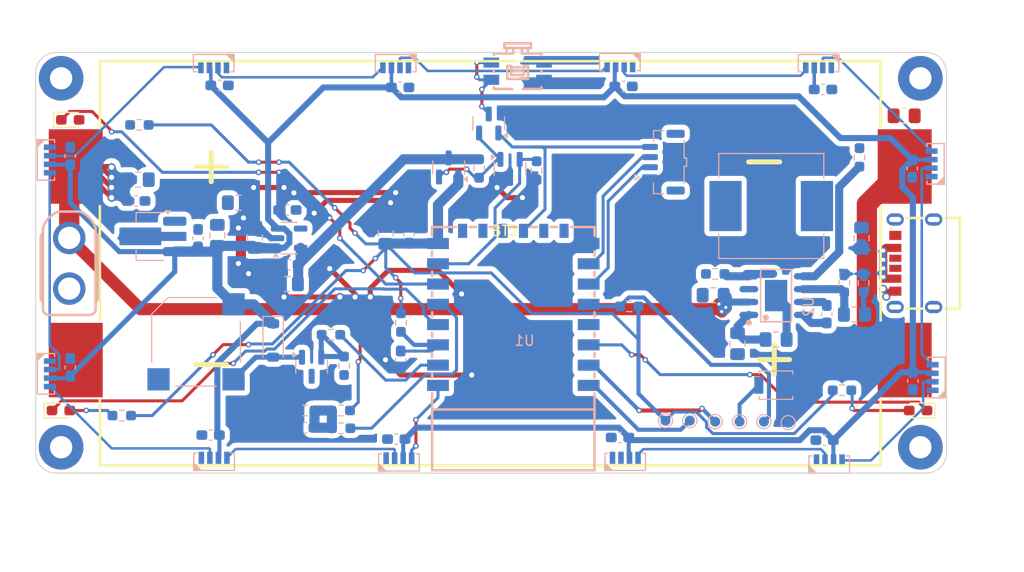
<source format=kicad_pcb>
(kicad_pcb (version 20240108) (generator "pcbnew") (generator_version "8.0")
  (title_block (title "esp32BatCharger") (date "2023-12-16") (company "dwain po"))
  (layers (0 "F.Cu" mixed) (31 "B.Cu" signal) (34 "B.Paste" user) (35 "F.Paste" user) (36 "B.SilkS" user "B.Silkscreen") (37 "F.SilkS" user "F.Silkscreen") (38 "B.Mask" user) (39 "F.Mask" user) (44 "Edge.Cuts" user))
  (net 0 "")
  (net 1 "+BATT")
  (net 2 "Net-(BT2-+-Pad3)")
  (net 3 "GNDPWR")
  (net 4 "+5V")
  (net 5 "Net-(BZ1-+)")
  (net 6 "GNDD")
  (net 7 "Net-(U3-BP)")
  (net 8 "+3V3")
  (net 9 "Net-(U2-VSYS)")
  (net 10 "VCC")
  (net 11 "Net-(LED10-VDD)")
  (net 12 "Net-(U2-LX)")
  (net 13 "Net-(U2-BST)")
  (net 14 "Net-(C28-Pad1)")
  (net 15 "Net-(U2-VIN)")
  (net 16 "Net-(C37-Pad1)")
  (net 17 "/KEY")
  (net 18 "Net-(D2-A)")
  (net 19 "Net-(D13-A)")
  (net 22 "/ESP_TX")
  (net 23 "/ESP_RX")
  (net 24 "Net-(LED1-DO)")
  (net 25 "Net-(LED1-DI)")
  (net 26 "Net-(LED2-DI)")
  (net 27 "Net-(LED3-DI)")
  (net 28 "Net-(LED4-DI)")
  (net 29 "Net-(LED5-DI)")
  (net 30 "Net-(LED6-DI)")
  (net 31 "/RGB")
  (net 32 "Net-(LED8-DI)")
  (net 33 "Net-(LED10-DO)")
  (net 34 "Net-(Q1-G)")
  (net 35 "/POWER_EN")
  (net 36 "Net-(U2-LED)")
  (net 37 "/beep")
  (net 38 "/BAT_FB")
  (net 39 "Net-(U2-NTC)")
  (net 40 "/EN")
  (net 41 "/TXD")
  (net 42 "/RXD")
  (net 43 "/IO9")
  (net 50 "Net-(LED12-DI)")
  (net 52 "Net-(LED11-DI)")
  (net 53 "Net-(SW3-A)")
  (net 54 "Net-(Q2-G)")
  (net 55 "/GREEN")
  (net 56 "Net-(D3-A)")
  (net 57 "Net-(D4-A)")
  (net 58 "/YELLOW")
  (net 59 "/BLUE")
  (footprint "MountingHole:MountingHole_2.2mm_M2_Pad" (layer "F.Cu") (at 67.025 107.625)
    (property "Reference" "H3" (hide yes))
    (property "Value" "MountingHole")
  )
  (footprint "bat_rf:USB-C-SMD_HX-TYPE-C-6PIN" (layer "F.Cu") (at 151.1365 89.475 90)
    (property "Reference" "J1" (hide yes))
    (property "Value" "USB_C_Receptacle_PowerOnly_6P")
  )
  (footprint "LED_SMD:LED_0603_1608Metric_Pad1.05x0.95mm_HandSolder" (layer "F.Cu") (at 67.925 75.325)
    (property "Reference" "D13" (hide yes))
    (property "Value" "LED")
  )
  (footprint "bat_rf:BAT-SMD_BH-18650-B1BA007" (layer "F.Cu") (at 109.325 89.475)
    (property "Reference" "BT2")
    (property "Value" "doubleBatCell")
  )
  (footprint "LED_SMD:LED_0603_1608Metric_Pad1.05x0.95mm_HandSolder" (layer "F.Cu") (at 151.5 104 180)
    (property "Reference" "D4" (hide yes))
    (property "Value" "LED")
  )
  (footprint "LED_SMD:LED_0603_1608Metric_Pad1.05x0.95mm_HandSolder" (layer "F.Cu") (at 67 104)
    (property "Reference" "D3" (hide yes))
    (property "Value" "LED")
  )
  (footprint "MountingHole:MountingHole_2.2mm_M2_Pad" (layer "F.Cu") (at 67.025 71.225)
    (property "Reference" "H4" (hide yes))
    (property "Value" "MountingHole")
  )
  (footprint "MountingHole:MountingHole_2.2mm_M2_Pad" (layer "F.Cu") (at 151.725 71.225)
    (property "Reference" "H1" (hide yes))
    (property "Value" "MountingHole")
  )
  (footprint "Capacitor_SMD:C_0805_2012Metric_Pad1.18x1.45mm_HandSolder" (layer "F.Cu") (at 150.125 74.925 180)
    (property "Reference" "D2" (hide yes))
    (property "Value" "RED")
  )
  (footprint "MountingHole:MountingHole_2.2mm_M2_Pad" (layer "F.Cu") (at 151.725 107.625)
    (property "Reference" "H2" (hide yes))
    (property "Value" "MountingHole")
  )
  (footprint "bat_rf:LED-SMD_4P-L4.0-W1.7_M4020-03003-RGB-862-001" (layer "B.Cu") (at 152.925 100.745 90)
    (property "Reference" "LED8" (hide yes))
    (property "Value" "XL-4020RGBC-WS2812B")
  )
  (footprint "Package_TO_SOT_SMD:SOT-89-3_Handsoldering" (layer "B.Cu") (at 75.775 86.825 180)
    (property "Reference" "U4" (hide yes))
    (property "Value" "AMS1117")
  )
  (footprint "Capacitor_SMD:C_0603_1608Metric_Pad1.08x0.95mm_HandSolder" (layer "B.Cu") (at 100.445 72.125 180)
    (property "Reference" "C31" (hide yes))
    (property "Value" "100n")
  )
  (footprint "bat_rf:CONN-TH_XT30UPB-F" (layer "B.Cu") (at 67.825 89.475 90)
    (property "Reference" "J3" (hide yes))
    (property "Value" "Conn_01x02_Socket")
  )
  (footprint "TestPoint:TestPoint_Pad_D1.0mm" (layer "B.Cu") (at 129 105 180)
    (property "Reference" "TP2" (hide yes))
    (property "Value" "TestPoint")
  )
  (footprint "Capacitor_SMD:C_0805_2012Metric_Pad1.18x1.45mm_HandSolder" (layer "B.Cu") (at 84.5 83.5)
    (property "Reference" "FB1" (hide yes))
    (property "Value" "FerriteBead_Small")
  )
  (footprint "bat_rf:LED-SMD_4P-L4.0-W1.7_M4020-03003-RGB-862-001" (layer "B.Cu") (at 142.745 108.925)
    (property "Reference" "LED12" (hide yes))
    (property "Value" "XL-4020RGBC-WS2812B")
  )
  (footprint "bat_rf:LED-SMD_4P-L4.0-W1.7_M4020-03003-RGB-862-001" (layer "B.Cu") (at 141.685 70.125 180)
    (property "Reference" "LED10" (hide yes))
    (property "Value" "XL-4020RGBC-WS2812B")
  )
  (footprint "Resistor_SMD:R_0603_1608Metric_Pad0.98x0.95mm_HandSolder" (layer "B.Cu") (at 93.625 96.525 180)
    (property "Reference" "R6" (hide yes))
    (property "Value" "100R")
  )
  (footprint "Capacitor_SMD:C_0603_1608Metric_Pad1.08x0.95mm_HandSolder" (layer "B.Cu") (at 122.465 72.025 180)
    (property "Reference" "C30" (hide yes))
    (property "Value" "100n")
  )
  (footprint "bat_rf:LED-SMD_4P-L4.0-W1.7_M4020-03003-RGB-862-001" (layer "B.Cu") (at 122.105 70.025 180)
    (property "Reference" "LED1" (hide yes))
    (property "Value" "XL-4020RGBC-WS2812B")
  )
  (footprint "Resistor_SMD:R_0603_1608Metric_Pad0.98x0.95mm_HandSolder" (layer "B.Cu") (at 123.025 93.725)
    (property "Reference" "R4" (hide yes))
    (property "Value" "10k")
  )
  (footprint "Connector_Samtec_MicroMate:Samtec_T1M-04-X-S-V_1x04-1MP_P1.0mm_Terminal_Vertical" (layer "B.Cu") (at 127 79.5 90)
    (property "Reference" "J2" (hide yes))
    (property "Value" "Conn_01x04")
  )
  (footprint "Resistor_SMD:R_0603_1608Metric_Pad0.98x0.95mm_HandSolder" (layer "B.Cu") (at 145.725 79.025 -90)
    (property "Reference" "R3" (hide yes))
    (property "Value" "100R")
  )
  (footprint "Resistor_SMD:R_0603_1608Metric_Pad0.98x0.95mm_HandSolder" (layer "B.Cu") (at 91.0875 104)
    (property "Reference" "R10" (hide yes))
    (property "Value" "3m")
  )
  (footprint "bat_rf:LED-SMD_4P-L4.0-W1.7_M4020-03003-RGB-862-001" (layer "B.Cu") (at 82.10825 108.665)
    (property "Reference" "LED6" (hide yes))
    (property "Value" "XL-4020RGBC-WS2812B")
  )
  (footprint "Capacitor_SMD:C_0603_1608Metric_Pad1.08x0.95mm_HandSolder" (layer "B.Cu") (at 89.5275 89.615 180)
    (property "Reference" "C9" (hide yes))
    (property "Value" "100n")
  )
  (footprint "bat_rf:LED-SMD_4P-L4.0-W1.7_M4020-03003-RGB-862-001" (layer "B.Cu") (at 100.005 70.125 180)
    (property "Reference" "LED2" (hide yes))
    (property "Value" "XL-4020RGBC-WS2812B")
  )
  (footprint "Resistor_SMD:R_0603_1608Metric_Pad0.98x0.95mm_HandSolder" (layer "B.Cu") (at 73 104.5 180)
    (property "Reference" "R5" (hide yes))
    (property "Value" "1k")
  )
  (footprint "bat_rf:ESOP-8_L4.9-W3.9-P1.27-LS6.0-BL-EP3.1" (layer "B.Cu") (at 137.5 92.665 90)
    (property "Reference" "U2")
    (property "Value" "IP2325_5M_WHJC")
  )
  (footprint "Capacitor_SMD:C_0603_1608Metric_Pad1.08x0.95mm_HandSolder" (layer "B.Cu") (at 67.925 78.885 -90)
    (property "Reference" "C33" (hide yes))
    (property "Value" "100n")
  )
  (footprint "TestPoint:TestPoint_Pad_D1.0mm" (layer "B.Cu") (at 126.6 105 180)
    (property "Reference" "TP1" (hide yes))
    (property "Value" "TestPoint")
  )
  (footprint "Resistor_SMD:R_0603_1608Metric_Pad0.98x0.95mm_HandSolder" (layer "B.Cu") (at 131.5 90.525)
    (property "Reference" "R18" (hide yes))
    (property "Value" "51k")
  )
  (footprint "Resistor_SMD:R_0603_1608Metric_Pad0.98x0.95mm_HandSolder" (layer "B.Cu") (at 94.918306 99.585 90)
    (property "Reference" "R7" (hide yes))
    (property "Value" "10k")
  )
  (footprint "Resistor_SMD:R_0603_1608Metric_Pad0.98x0.95mm_HandSolder" (layer "B.Cu") (at 113.9 80.325 90)
    (property "Reference" "R11" (hide yes))
    (property "Value" "33k")
  )
  (footprint "Resistor_SMD:R_0603_1608Metric_Pad0.98x0.95mm_HandSolder" (layer "B.Cu") (at 94.625 105.75 180)
    (property "Reference" "R14" (hide yes))
    (property "Value" "1k")
  )
  (footprint "Capacitor_SMD:C_0603_1608Metric_Pad1.08x0.95mm_HandSolder" (layer "B.Cu") (at 100.0625 106.825)
    (property "Reference" "C36" (hide yes))
    (property "Value" "100n")
  )
  (footprint "Capacitor_SMD:C_0603_1608Metric_Pad1.08x0.95mm_HandSolder" (layer "B.Cu") (at 67.925 99.745 -90)
    (property "Reference" "C34" (hide yes))
    (property "Value" "100n")
  )
  (footprint "Capacitor_SMD:C_0603_1608Metric_Pad1.08x0.95mm_HandSolder" (layer "B.Cu") (at 122.11575 106.665)
    (property "Reference" "C11" (hide yes))
    (property "Value" "100n")
  )
  (footprint "TestPoint:TestPoint_Pad_D1.0mm" (layer "B.Cu") (at 136.3 105.1 180)
    (property "Reference" "TP5" (hide yes))
    (property "Value" "TestPoint")
  )
  (footprint "Resistor_SMD:R_0603_1608Metric_Pad0.98x0.95mm_HandSolder" (layer "B.Cu") (at 144.225 91.4375 -90)
    (property "Reference" "R1" (hide yes))
    (property "Value" "0.5R")
  )
  (footprint "bat_rf:LED-SMD_4P-L4.0-W1.7_M4020-03003-RGB-862-001" (layer "B.Cu") (at 65.925 79.285 -90)
    (property "Reference" "LED4" (hide yes))
    (property "Value" "XL-4020RGBC-WS2812B")
  )
  (footprint "Package_TO_SOT_SMD:SOT-23" (layer "B.Cu") (at 91.718306 99.685 -90)
    (property "Reference" "Q1" (hide yes))
    (property "Value" "NMOS")
  )
  (footprint "bat_rf:LED-SMD_4P-L4.0-W1.7_M4020-03003-RGB-862-001" (layer "B.Cu") (at 82.065 70.125 180)
    (property "Reference" "LED3" (hide yes))
    (property "Value" "XL-4020RGBC-WS2812B")
  )
  (footprint "Capacitor_SMD:C_0603_1608Metric_Pad1.08x0.95mm_HandSolder" (layer "B.Cu") (at 81.7625 106.425)
    (property "Reference" "C35" (hide yes))
    (property "Value" "100n")
  )
  (footprint "Button_Switch_SMD:SW_SPST_B3U-1000P" (layer "B.Cu") (at 137.5 101.5)
    (property "Reference" "SW2" (hide yes))
    (property "Value" "RESET")
  )
  (footprint "TestPoint:TestPoint_Pad_D1.0mm" (layer "B.Cu") (at 133.9 105.1 180)
    (property "Reference" "TP4" (hide yes))
    (property "Value" "TestPoint")
  )
  (footprint "Capacitor_SMD:C_0603_1608Metric_Pad1.08x0.95mm_HandSolder" (layer "B.Cu") (at 150.925 80.125 90)
    (property "Reference" "C6" (hide yes))
    (property "Value" "100n")
  )
  (footprint "Buzzer_Beeper:MagneticBuzzer_Kobitone_254-EMB84Q-RO" (layer "B.Cu") (at 80.325 97.225 180)
    (property "Reference" "BZ1" (hide yes))
    (property "Value" "Buzzer")
  )
  (footprint "Capacitor_SMD:C_0603_1608Metric_Pad1.08x0.95mm_HandSolder" (layer "B.Cu") (at 142.5 94.5 -90)
    (property "Reference" "C27" (hide yes))
    (property "Value" "100n")
  )
  (footprint "Resistor_SMD:R_0603_1608Metric_Pad0.98x0.95mm_HandSolder" (layer "B.Cu") (at 74.7375 75.825 180)
    (property "Reference" "R13" (hide yes))
    (property "Value" "1k")
  )
  (footprint "Capacitor_SMD:C_0805_2012Metric_Pad1.18x1.45mm_HandSolder" (layer "B.Cu") (at 99.025 86.525 90)
    (property "Reference" "C12" (hide yes))
    (property "Value" "10u")
  )
  (footprint "Capacitor_SMD:C_0805_2012Metric_Pad1.18x1.45mm_HandSolder" (layer "B.Cu") (at 145.925 87 90)
    (property "Reference" "C28" (hide yes))
    (property "Value" "10u")
  )
  (footprint "Capacitor_SMD:C_0603_1608Metric_Pad1.08x0.95mm_HandSolder" (layer "B.Cu") (at 82.645 71.925 180)
    (property "Reference" "C32" (hide yes))
    (property "Value" "100n")
  )
  (footprint "Capacitor_SMD:C_0603_1608Metric_Pad1.08x0.95mm_HandSolder" (layer "B.Cu") (at 100.5 99 -90)
    (property "Reference" "C16" (hide yes))
    (property "Value" "100n")
  )
  (footprint "Capacitor_SMD:C_0603_1608Metric_Pad1.08x0.95mm_HandSolder" (layer "B.Cu") (at 101.325 86.625 90)
    (property "Reference" "C13" (hide yes))
    (property "Value" "100n")
  )
  (footprint "Capacitor_SMD:C_0603_1608Metric_Pad1.08x0.95mm_HandSolder" (layer "B.Cu") (at 89.3275 84.215 180)
    (property "Reference" "C7" (hide yes))
    (property "Value" "10n")
  )
  (footprint "Capacitor_SMD:C_0603_1608Metric_Pad1.08x0.95mm_HandSolder" (layer "B.Cu") (at 74.425 83.325)
    (property "Reference" "C3" (hide yes))
    (property "Value" "100n")
  )
  (footprint "Resistor_SMD:R_0603_1608Metric_Pad0.98x0.95mm_HandSolder" (layer "B.Cu") (at 144 102)
    (property "Reference" "R15" (hide yes))
    (property "Value" "1k")
  )
  (footprint "TestPoint:TestPoint_Pad_D1.0mm" (layer "B.Cu") (at 131.5 105.1 180)
    (property "Reference" "TP3" (hide yes))
    (property "Value" "TestPoint")
  )
  (footprint "Capacitor_SMD:C_0805_2012Metric_Pad1.18x1.45mm_HandSolder" (layer "B.Cu") (at 89.3275 91.515 180)
    (property "Reference" "C8" (hide yes))
    (property "Value" "10u")
  )
  (footprint "Capacitor_SMD:C_0805_2012Metric_Pad1.18x1.45mm_HandSolder" (layer "B.Cu") (at 131.3 92.625 180)
    (property "Reference" "C40" (hide yes))
    (property "Value" "10u")
  )
  (footprint "Capacitor_SMD:C_0805_2012Metric_Pad1.18x1.45mm_HandSolder" (layer "B.Cu") (at 145.225 94.525)
    (property "Reference" "C29" (hide yes))
    (property "Value" "10u")
  )
  (footprint "Package_TO_SOT_SMD:SOT-23" (layer "B.Cu") (at 109.175 75.6875 90)
    (property "Reference" "D1" (hide yes))
    (property "Value" "BAT54C")
  )
  (footprint "bat_rf:LED-SMD_4P-L4.0-W1.7_M4020-03003-RGB-862-001" (layer "B.Cu") (at 100.3225 108.725)
    (property "Reference" "LED7" (hide yes))
    (property "Value" "XL-4020RGBC-WS2812B")
  )
  (footprint "Package_TO_SOT_SMD:SOT-23-5" (layer "B.Cu") (at 89.5 87)
    (property "Reference" "U3" (hide yes))
    (property "Value" "SPX3819M5-L-3-3")
  )
  (footprint "bat_rf:LED-SMD_4P-L4.0-W1.7_M4020-03003-RGB-862-001" (layer "B.Cu") (at 152.825 79.665 90)
    (property "Reference" "LED9" (hide yes))
    (property "Value" "XL-4020RGBC-WS2812B")
  )
  (footprint "Capacitor_SMD:C_0603_1608Metric_Pad1.08x0.95mm_HandSolder" (layer "B.Cu") (at 142.285 106.925)
    (property "Reference" "C17" (hide yes))
    (property "Value" "100n")
  )
  (footprint "Capacitor_SMD:C_0805_2012Metric_Pad1.18x1.45mm_HandSolder" (layer "B.Cu") (at 137.5 97)
    (property "Reference" "C10" (hide yes))
    (property "Value" "22u")
  )
  (footprint "Package_TO_SOT_SMD:SOT-23" (layer "B.Cu") (at 105.225 80.025 90)
    (property "Reference" "Q2" (hide yes))
    (property "Value" "PMOS")
  )
  (footprint "Resistor_SMD:R_0603_1608Metric_Pad0.98x0.95mm_HandSolder" (layer "B.Cu") (at 100.525 95.325 90)
    (property "Reference" "R12" (hide yes))
    (property "Value" "10k")
  )
  (footprint "Capacitor_SMD:C_0805_2012Metric_Pad1.18x1.45mm_HandSolder" (layer "B.Cu") (at 82.425 86.725 90)
    (property "Reference" "C2" (hide yes))
    (property "Value" "10u")
  )
  (footprint "Capacitor_SMD:C_0805_2012Metric_Pad1.18x1.45mm_HandSolder" (layer "B.Cu") (at 74.625 81.225)
    (property "Reference" "C4" (hide yes))
    (property "Value" "10u")
  )
  (footprint "Capacitor_SMD:C_0603_1608Metric_Pad1.08x0.95mm_HandSolder" (layer "B.Cu") (at 80.525 87 90)
    (property "Reference" "C1" (hide yes))
    (property "Value" "100n")
  )
  (footprint "bat_rf:LED-SMD_4P-L4.0-W1.7_M4020-03003-RGB-862-001" (layer "B.Cu") (at 122.63325 108.665)
    (property "Reference" "LED11" (hide yes))
    (property "Value" "XL-4020RGBC-WS2812B")
  )
  (footprint "Capacitor_SMD:C_0805_2012Metric_Pad1.18x1.45mm_HandSolder" (layer "B.Cu") (at 86.1275 86.915 90)
    (property "Reference" "C15" (hide yes))
    (property "Value" "10u")
  )
  (footprint "Capacitor_SMD:C_0603_1608Metric_Pad1.08x0.95mm_HandSolder" (layer "B.Cu") (at 142.125 72.325 180)
    (property "Reference" "C14" (hide yes))
    (property "Value" "100n")
  )
  (footprint "Diode_SMD:D_SOD-123" (layer "B.Cu") (at 87.918306 97.085 -90)
    (property "Reference" "D5" (hide yes))
    (property "Value" "1N4148W")
  )
  (footprint "bat_rf:WIRELM-SMD_ESP8684-WROOM0-1C" (layer "B.Cu") (at 111.6 93.9)
    (property "Reference" "U1")
    (property "Value" "ESP8684-WROOM-01C")
  )
  (footprint "Resistor_SMD:R_0603_1608Metric_Pad0.98x0.95mm_HandSolder" (layer "B.Cu") (at 146.125 91.425 90)
    (property "Reference" "R2" (hide yes))
    (property "Value" "5k1")
  )
  (footprint "Capacitor_SMD:C_0805_2012Metric_Pad1.18x1.45mm_HandSolder" (layer "B.Cu") (at 133.7 97.4 -90)
    (property "Reference" "C26" (hide yes))
    (property "Value" "22u")
  )
  (footprint "TestPoint:TestPoint_Pad_D1.0mm" (layer "B.Cu") (at 138.7 105.2 180)
    (property "Reference" "TP6" (hide yes))
    (property "Value" "TestPoint")
  )
  (footprint "Capacitor_SMD:C_0603_1608Metric_Pad1.08x0.95mm_HandSolder" (layer "B.Cu") (at 150.985 101.09075 90)
    (property "Reference" "C5" (hide yes))
    (property "Value" "100n")
  )
  (footprint "Resistor_SMD:R_0603_1608Metric_Pad0.98x0.95mm_HandSolder" (layer "B.Cu") (at 94.5875 104)
    (property "Reference" "R9" (hide yes))
    (property "Value" "7m")
  )
  (footprint "bat_rf:LED-SMD_4P-L4.0-W1.7_M4020-03003-RGB-862-001" (layer "B.Cu") (at 65.925 100.385 -90)
    (property "Reference" "LED5" (hide yes))
    (property "Value" "XL-4020RGBC-WS2812B")
  )
  (footprint "bat_rf:SW-SMD_EVQPUD02K" (layer "B.Cu") (at 112.025 70.525 90)
    (property "Reference" "SW3" (hide yes))
    (property "Value" "SW_MEC_5E")
  )
  (footprint "Capacitor_SMD:C_0603_1608Metric_Pad1.08x0.95mm_HandSolder" (layer "B.Cu") (at 91.0875 105.7 180)
    (property "Reference" "C37" (hide yes))
    (property "Value" "2.2u")
  )
  (footprint "Package_TO_SOT_SMD:SOT-23" (layer "B.Cu") (at 111.275 80.1625 -90)
    (property "Reference" "Q3" (hide yes))
    (property "Value" "NMOS")
  )
  (footprint "Inductor_SMD:L_Vishay_IHLP-4040" (layer "B.Cu") (at 137.025 83.825 180)
    (property "Reference" "L2" (hide yes))
    (property "Value" "2.2uH")
  )
  (footprint "Resistor_SMD:R_0603_1608Metric_Pad0.98x0.95mm_HandSolder" (layer "B.Cu") (at 108.225 80.125 -90)
    (property "Reference" "R8" (hide yes))
    (property "Value" "33k")
  )
  (gr_arc (start 152.300843 68.675) (mid 153.715064 69.260796) (end 154.300843 70.675) (stroke (width 0.1)) (layer "Edge.Cuts"))
  (gr_line (start 151.42 110.175) (end 66.52 110.175) (stroke (width 0.1)) (layer "Edge.Cuts"))
  (gr_line (start 154.300843 70.675) (end 154.300843 108.175) (stroke (width 0.1)) (layer "Edge.Cuts"))
  (gr_line (start 152.300843 110.175) (end 151.42 110.175) (stroke (width 0.1)) (layer "Edge.Cuts"))
  (gr_line (start 64.52 108.175) (end 64.52 70.675) (stroke (width 0.1)) (layer "Edge.Cuts"))
  (gr_arc (start 64.52 70.675) (mid 65.105786 69.260786) (end 66.52 68.675) (stroke (width 0.1)) (layer "Edge.Cuts"))
  (gr_line (start 66.52 68.675) (end 151.42 68.675) (stroke (width 0.1)) (layer "Edge.Cuts"))
  (gr_line (start 151.42 68.675) (end 152.300843 68.675) (stroke (width 0.1)) (layer "Edge.Cuts"))
  (gr_arc (start 66.52 110.175) (mid 65.105786 109.589214) (end 64.52 108.175) (stroke (width 0.1)) (layer "Edge.Cuts"))
  (gr_arc (start 154.300843 108.175) (mid 153.715053 109.589193) (end 152.300843 110.175) (stroke (width 0.1)) (layer "Edge.Cuts"))
  (segment (start 68.47 79.925) (end 69.925 79.925) (width 0.5) (layer "F.Cu") (net 1))
  (segment (start 68.47 79.925) (end 71.925 79.925) (width 0.5) (layer "F.Cu") (net 1))
  (segment (start 132.54375 93.83125) (end 132.375 94) (width 1.2) (layer "F.Cu") (net 1))
  (segment (start 96.314308 99.185692) (end 96.5 99) (width 0.3) (layer "F.Cu") (net 1))
  (segment (start 67.825 86.975) (end 67.825 80.57) (width 2) (layer "F.Cu") (net 1))
  (segment (start 96.5 94) (end 74.85 94) (width 1.2) (layer "F.Cu") (net 1))
  (segment (start 68.47 79.925) (end 70.925 79.925) (width 0.5) (layer "F.Cu") (net 1))
  (segment (start 70.925 79.925) (end 72 81) (width 0.5) (layer "F.Cu") (net 1))
  (segment (start 68.925 79.925) (end 72 83) (width 0.5) (layer "F.Cu") (net 1))
  (segment (start 67.825 80.57) (end 68.47 79.925) (width 2) (layer "F.Cu") (net 1))
  (segment (start 69.925 79.925) (end 72 82) (width 0.5) (layer "F.Cu") (net 1))
  (segment (start 68.47 79.925) (end 68.925 79.925) (width 0.5) (layer "F.Cu") (net 1))
  (segment (start 74.85 94) (end 67.825 86.975) (width 1.2) (layer "F.Cu") (net 1))
  (segment (start 132.375 94) (end 96.5 94) (width 1.2) (layer "F.Cu") (net 1))
  (segment (start 96.5 99) (end 96.5 94) (width 0.3) (layer "F.Cu") (net 1))
  (segment (start 71.925 79.925) (end 72 80) (width 0.5) (layer "F.Cu") (net 1))
  (segment (start 132.54375 93.83125) (end 132.137162 94.237838) (width 1.2) (layer "F.Cu") (net 1))
  (segment (start 132.375 94) (end 131.875 93.5) (width 1.2) (layer "F.Cu") (net 1))
  (via (at 72 80) (size 0.8) (drill 0.5) (layers "F.Cu" "B.Cu") (net 1))
  (via (at 131.875 93.5) (size 0.55) (drill 0.3) (layers "F.Cu" "B.Cu") (net 1))
  (via (at 72 82) (size 0.8) (drill 0.5) (layers "F.Cu" "B.Cu") (net 1))
  (via (at 72 81) (size 0.8) (drill 0.5) (layers "F.Cu" "B.Cu") (net 1))
  (via (at 72 83) (size 0.8) (drill 0.5) (layers "F.Cu" "B.Cu") (net 1))
  (via (at 132.137162 94.237838) (size 0.55) (drill 0.3) (layers "F.Cu" "B.Cu") (net 1))
  (via (at 132.54375 93.83125) (size 0.55) (drill 0.3) (layers "F.Cu" "B.Cu") (net 1))
  (via (at 96.314308 99.185692) (size 0.55) (drill 0.3) (layers "F.Cu" "B.Cu") (net 1))
  (segment (start 134.818 93.3) (end 133.0125 93.3) (width 0.7) (layer "B.Cu") (net 1))
  (segment (start 96.314308 103.185692) (end 96.314308 99.185692) (width 0.3) (layer "B.Cu") (net 1))
  (segment (start 133.0125 93.3) (end 132.3375 92.625) (width 0.7) (layer "B.Cu") (net 1))
  (segment (start 132.54375 93.83125) (end 132.54375 92.83125) (width 1.2) (layer "B.Cu") (net 1))
  (segment (start 132.54375 92.83125) (end 132.3375 92.625) (width 1.2) (layer "B.Cu") (net 1))
  (segment (start 132.54375 93.83125) (end 132.375 94) (width 1.2) (layer "B.Cu") (net 1))
  (segment (start 95.5 104) (end 96.314308 103.185692) (width 0.3) (layer "B.Cu") (net 1))
  (segment (start 150.18 99.025) (end 146.4565 95.3015) (width 2) (layer "F.Cu") (net 2))
  (segment (start 146.4565 95.3015) (end 146.4565 83.6485) (width 2) (layer "F.Cu") (net 2))
  (segment (start 146.4565 83.6485) (end 150.18 79.925) (width 2) (layer "F.Cu") (net 2))
  (segment (start 149.2565 92.225) (end 148.906578 92.225) (width 0.5) (layer "F.Cu") (net 3))
  (segment (start 148.906578 92.225) (end 148.360135 92.771443) (width 0.5) (layer "F.Cu") (net 3))
  (segment (start 148.2815 92.225) (end 148.0565 92) (width 0.5) (layer "F.Cu") (net 3))
  (segment (start 149.2565 92.225) (end 148.2815 92.225) (width 0.5) (layer "F.Cu") (net 3))
  (via (at 148.360135 92.771443) (size 0.8) (drill 0.5) (layers "F.Cu" "B.Cu") (net 3))
  (via (at 148.0565 92) (size 0.8) (drill 0.5) (layers "F.Cu" "B.Cu") (net 3))
  (segment (start 146.4625 92) (end 146.125 92.3375) (width 0.5) (layer "B.Cu") (net 3))
  (segment (start 138.5375 97) (end 138.5375 93.7025) (width 0.8) (layer "B.Cu") (net 3))
  (segment (start 146.125 94.3875) (end 146.2625 94.525) (width 0.5) (layer "B.Cu") (net 3))
  (segment (start 146.125 92.3375) (end 146.125 94.3875) (width 0.5) (layer "B.Cu") (net 3))
  (segment (start 138.5375 93.7025) (end 137.5 92.665) (width 0.8) (layer "B.Cu") (net 3))
  (segment (start 122.97825 106.665) (end 122.97825 108.59) (width 0.4) (layer "B.Cu") (net 4))
  (segment (start 81.7825 71.925) (end 81.7825 70.2625) (width 0.35) (layer "B.Cu") (net 4))
  (segment (start 150.925 79.2625) (end 152.8075 79.2625) (width 0.4) (layer "B.Cu") (net 4))
  (segment (start 99.5825 70.1275) (end 99.585 70.125) (width 0.35) (layer "B.Cu") (net 4))
  (segment (start 99.5825 72.125) (end 100.5575 73.1) (width 0.6) (layer "B.Cu") (net 4))
  (segment (start 82.425 87.7625) (end 85.9375 87.7625) (width 1) (layer "B.Cu") (net 4))
  (segment (start 100.5575 73.1) (end 120.5275 73.1) (width 0.6) (layer "B.Cu") (net 4))
  (segment (start 150.985 82.985) (end 150.985 100.22825) (width 0.6) (layer "B.Cu") (net 4))
  (segment (start 139.725 73) (end 143.85 77.125) (width 0.6) (layer "B.Cu") (net 4))
  (segment (start 88.3625 86.05) (end 87.4275 85.115) (width 0.6) (layer "B.Cu") (net 4))
  (segment (start 150.985 100.22825) (end 152.82825 100.22825) (width 0.4) (layer "B.Cu") (net 4))
  (segment (start 82.625 106.425) (end 82.625 108.56825) (width 0.4) (layer "B.Cu") (net 4))
  (segment (start 89.525 87.449999) (end 89.024999 87.95) (width 0.6) (layer "B.Cu") (net 4))
  (segment (start 78.225 88.325) (end 78.225 90.3075) (width 0.5) (layer "B.Cu") (net 4))
  (segment (start 88.3625 86.05) (end 89.024999 86.05) (width 0.6) (layer "B.Cu") (net 4))
  (segment (start 89.525 86.550001) (end 89.525 87.449999) (width 0.6) (layer "B.Cu") (net 4))
  (segment (start 121.6025 70.1075) (end 121.685 70.025) (width 0.4) (layer "B.Cu") (net 4))
  (segment (start 123.23825 106.925) (end 122.97825 106.665) (width 0.6) (layer "B.Cu") (net 4))
  (segment (start 122.00325 105.69) (end 102.06 105.69) (width 0.6) (layer "B.Cu") (net 4))
  (segment (start 84.025 93.525) (end 86.008306 93.525) (width 1) (layer "B.Cu") (net 4))
  (segment (start 99.5825 72.125) (end 99.5825 70.1275) (width 0.35) (layer "B.Cu") (net 4))
  (segment (start 120.5275 73.1) (end 121.6025 72.025) (width 0.6) (layer "B.Cu") (net 4))
  (segment (start 78.225 90.3075) (end 67.925 100.6075) (width 0.5) (layer "B.Cu") (net 4))
  (segment (start 82.4275 99.3275) (end 82.4275 106.2275) (width 0.6) (layer "B.Cu") (net 4))
  (segment (start 122.97825 106.665) (end 122.00325 105.69) (width 0.6) (layer "B.Cu") (net 4))
  (segment (start 122.5775 73) (end 139.725 73) (width 0.6) (layer "B.Cu") (net 4))
  (segment (start 142.1725 105.95) (end 140.810436 105.95) (width 0.6) (layer "B.Cu") (net 4))
  (segment (start 82.625 108.56825) (end 82.52825 108.665) (width 0.4) (layer "B.Cu") (net 4))
  (segment (start 149.84425 100.22825) (end 143.1475 106.925) (width 0.6) (layer "B.Cu") (net 4))
  (segment (start 86.1275 87.9525) (end 86.9525 87.9525) (width 1) (layer "B.Cu") (net 4))
  (segment (start 87 88) (end 88.3625 88) (width 1) (layer "B.Cu") (net 4))
  (segment (start 143.85 77.125) (end 148.7875 77.125) (width 0.6) (layer "B.Cu") (net 4))
  (segment (start 92.8725 72.125) (end 99.5825 72.125) (width 0.6) (layer "B.Cu") (net 4))
  (segment (start 81.8625 88.325) (end 82.425 87.7625) (width 1) (layer "B.Cu") (net 4))
  (segment (start 89.024999 87.95) (end 88.3625 87.95) (width 0.6) (layer "B.Cu") (net 4))
  (segment (start 86.32 95.435) (end 82.4275 99.3275) (width 0.6) (layer "B.Cu") (net 4))
  (segment (start 82.4275 106.2275) (end 82.625 106.425) (width 0.6) (layer "B.Cu") (net 4))
  (segment (start 143.1475 106.925) (end 142.1725 105.95) (width 0.6) (layer "B.Cu") (net 4))
  (segment (start 81.7825 70.2625) (end 81.645 70.125) (width 0.35) (layer "B.Cu") (net 4))
  (segment (start 148.7875 77.125) (end 150.925 79.2625) (width 0.6) (layer "B.Cu") (net 4))
  (segment (start 86.9525 87.9525) (end 87 88) (width 1) (layer "B.Cu") (net 4))
  (segment (start 87.4275 85.115) (end 87.4275 77.57) (width 0.6) (layer "B.Cu") (net 4))
  (segment (start 67.925 83.484968) (end 67.925 79.7475) (width 0.5) (layer "B.Cu") (net 4))
  (segment (start 67.7275 100.805) (end 67.925 100.6075) (width 0.4) (layer "B.Cu") (net 4))
  (segment (start 87.4275 77.57) (end 92.8725 72.125) (width 0.6) (layer "B.Cu") (net 4))
  (segment (start 78.225 88.325) (end 81.8625 88.325) (width 1) (layer "B.Cu") (net 4))
  (segment (start 143.1475 108.9075) (end 143.165 108.925) (width 0.4) (layer "B.Cu") (net 4))
  (segment (start 82.425 91.925) (end 84.025 93.525) (width 1) (layer "B.Cu") (net 4))
  (segment (start 85.9375 87.7625) (end 86.1275 87.9525) (width 1) (layer "B.Cu") (net 4))
  (segment (start 149.95 81.95) (end 150.985 82.985) (width 0.6) (layer "B.Cu") (net 4))
  (segment (start 121.6025 72.025) (end 122.5775 73) (width 0.6) (layer "B.Cu") (net 4))
  (segment (start 67.925 79.7475) (end 65.9675 79.7475) (width 0.4) (layer "B.Cu") (net 4))
  (segment (start 100.925 106.825) (end 100.7425 107.0075) (width 0.4) (layer "B.Cu") (net 4))
  (segment (start 87.4275 77.57) (end 81.7825 71.925) (width 0.6) (layer "B.Cu") (net 4))
  (segment (start 149.95 80.2375) (end 149.95 81.95) (width 0.6) (layer "B.Cu") (net 4))
  (segment (start 143.1475 106.925) (end 143.1475 108.9075) (width 0.4) (layer "B.Cu") (net 4))
  (segment (start 65.925 100.805) (end 67.7275 100.805) (width 0.4) (layer "B.Cu") (net 4))
  (segment (start 80.0625 88.325) (end 80.525 87.8625) (width 1) (layer "B.Cu") (net 4))
  (segment (start 150.985 100.22825) (end 149.84425 100.22825) (width 0.6) (layer "B.Cu") (net 4))
  (segment (start 150.925 79.2625) (end 149.95 80.2375) (width 0.6) (layer "B.Cu") (net 4))
  (segment (start 72.765032 88.325) (end 67.925 83.484968) (width 0.5) (layer "B.Cu") (net 4))
  (segment (start 152.82825 100.22825) (end 152.925 100.325) (width 0.4) (layer "B.Cu") (net 4))
  (segment (start 65.9675 79.7475) (end 65.925 79.705) (width 0.4) (layer "B.Cu") (net 4))
  (segment (start 78.225 88.325) (end 80.0625 88.325) (width 1) (layer "B.Cu") (net 4))
  (segment (start 139.835436 106.925) (end 123.23825 106.925) (width 0.6) (layer "B.Cu") (net 4))
  (segment (start 122.97825 108.59) (end 123.05325 108.665) (width 0.4) (layer "B.Cu") (net 4))
  (segment (start 89.024999 86.05) (end 89.525 86.550001) (width 0.6) (layer "B.Cu") (net 4))
  (segment (start 140.810436 105.95) (end 139.835436 106.925) (width 0.6) (layer "B.Cu") (net 4))
  (segment (start 87.918306 95.435) (end 86.32 95.435) (width 0.6) (layer "B.Cu") (net 4))
  (segment (start 86.008306 93.525) (end 87.918306 95.435) (width 1) (layer "B.Cu") (net 4))
  (segment (start 78.225 88.325) (end 72.765032 88.325) (width 0.5) (layer "B.Cu") (net 4))
  (segment (start 152.8075 79.2625) (end 152.825 79.245) (width 0.4) (layer "B.Cu") (net 4))
  (segment (start 102.06 105.69) (end 100.925 106.825) (width 0.6) (layer "B.Cu") (net 4))
  (segment (start 121.6025 72.025) (end 121.6025 70.1075) (width 0.4) (layer "B.Cu") (net 4))
  (segment (start 100.7425 107.0075) (end 100.7425 108.725) (width 0.4) (layer "B.Cu") (net 4))
  (segment (start 82.425 87.7625) (end 82.425 91.925) (width 1) (layer "B.Cu") (net 4))
  (segment (start 86.215 98.735) (end 84.025 100.925) (width 0.5) (layer "B.Cu") (net 5))
  (segment (start 87.918306 98.735) (end 86.215 98.735) (width 0.5) (layer "B.Cu") (net 5))
  (segment (start 90.755806 98.735) (end 90.768306 98.7475) (width 0.5) (layer "B.Cu") (net 5))
  (segment (start 87.918306 98.735) (end 90.755806 98.735) (width 0.5) (layer "B.Cu") (net 5))
  (segment (start 99.275 83.275) (end 99.5 83.5) (width 0.5) (layer "F.Cu") (net 6))
  (segment (start 97.5 91.95) (end 97.5 92.8) (width 0.5) (layer "F.Cu") (net 6))
  (segment (start 107.5 100.5) (end 100.5 100.5) (width 0.5) (layer "F.Cu") (net 6))
  (segment (start 84.5 89.5) (end 84.5 86) (width 0.5) (layer "F.Cu") (net 6))
  (segment (start 85 90) (end 85.5 90.5) (width 0.5) (layer "F.Cu") (net 6))
  (segment (start 111 83) (end 110 82) (width 0.5) (layer "F.Cu") (net 6))
  (segment (start 94.5 92.8) (end 89 92.8) (width 0.5) (layer "F.Cu") (net 6))
  (segment (start 94.300305 83.275) (end 99.275 83.275) (width 0.5) (layer "F.Cu") (net 6))
  (segment (start 104.175 90.175) (end 99.275 90.175) (width 0.5) (layer "F.Cu") (net 6))
  (segment (start 93.225 83.275) (end 94.300305 83.275) (width 0.5) (layer "F.Cu") (net 6))
  (segment (start 100.5 100.5) (end 99 99) (width 0.5) (layer "F.Cu") (net 6))
  (segment (start 85 85) (end 85 90) (width 0.5) (layer "F.Cu") (net 6))
  (segment (start 90 82.5) (end 100 82.5) (width 0.5) (layer "F.Cu") (net 6))
  (segment (start 86 82) (end 89 82) (width 0.5) (layer "F.Cu") (net 6))
  (segment (start 96 92.8) (end 96 92.5) (width 0.5) (layer "F.Cu") (net 6))
  (segment (start 112.5 83) (end 111 83) (width 0.5) (layer "F.Cu") (net 6))
  (segment (start 96 92.5) (end 93.5 90) (width 0.5) (layer "F.Cu") (net 6))
  (segment (start 89.969669 82.530331) (end 90 82.5) (width 0.5) (layer "F.Cu") (net 6))
  (segment (start 106.5 92.5) (end 104.175 90.175) (width 0.5) (layer "F.Cu") (net 6))
  (segment (start 91.969669 84.530331) (end 93.225 83.275) (width 0.5) (layer "F.Cu") (net 6))
  (segment (start 99.275 90.175) (end 97.5 91.95) (width 0.5) (layer "F.Cu") (net 6))
  (via (at 94.5 92.8) (size 0.8) (drill 0.5) (layers "F.Cu" "B.Cu") (net 6))
  (via (at 89.969669 82.530331) (size 0.8) (drill 0.5) (layers "F.Cu" "B.Cu") (net 6))
  (via (at 99 99) (size 0.8) (drill 0.5) (layers "F.Cu" "B.Cu") (net 6))
  (via (at 89 82) (size 0.8) (drill 0.5) (layers "F.Cu" "B.Cu") (net 6))
  (via (at 84.5 89.5) (size 0.8) (drill 0.5) (layers "F.Cu" "B.Cu") (net 6))
  (via (at 112.5 83) (size 0.8) (drill 0.5) (layers "F.Cu" "B.Cu") (net 6))
  (via (at 91.969669 84.530331) (size 0.8) (drill 0.5) (layers "F.Cu" "B.Cu") (net 6))
  (via (at 93.5 90) (size 0.8) (drill 0.5) (layers "F.Cu" "B.Cu") (net 6))
  (via (at 85.5 90.5) (size 0.8) (drill 0.5) (layers "F.Cu" "B.Cu") (net 6))
  (via (at 99.5 83.5) (size 0.8) (drill 0.5) (layers "F.Cu" "B.Cu") (net 6))
  (via (at 84.5 86) (size 0.8) (drill 0.5) (layers "F.Cu" "B.Cu") (net 6))
  (via (at 107.5 100.5) (size 0.8) (drill 0.5) (layers "F.Cu" "B.Cu") (net 6))
  (via (at 89 92.8) (size 0.8) (drill 0.5) (layers "F.Cu" "B.Cu") (net 6))
  (via (at 96 92.8) (size 0.8) (drill 0.5) (layers "F.Cu" "B.Cu") (net 6))
  (via (at 85 85) (size 0.8) (drill 0.5) (layers "F.Cu" "B.Cu") (net 6))
  (via (at 110 82) (size 0.8) (drill 0.5) (layers "F.Cu" "B.Cu") (net 6))
  (via (at 100 82.5) (size 0.8) (drill 0.5) (layers "F.Cu" "B.Cu") (net 6))
  (via (at 86 82) (size 0.8) (drill 0.5) (layers "F.Cu" "B.Cu") (net 6))
  (via (at 97.5 92.8) (size 0.8) (drill 0.5) (layers "F.Cu" "B.Cu") (net 6))
  (via (at 106.5 92.5) (size 0.8) (drill 0.5) (layers "F.Cu" "B.Cu") (net 6))
  (segment (start 107.5 99.325) (end 107.5 100.5) (width 0.5) (layer "B.Cu") (net 6))
  (segment (start 90.021685 82.530331) (end 91.969669 84.478315) (width 0.5) (layer "B.Cu") (net 6))
  (segment (start 86.1275 85.8775) (end 85.8775 85.8775) (width 0.5) (layer "B.Cu") (net 6))
  (segment (start 88.665 89.615) (end 84.615 89.615) (width 0.5) (layer "B.Cu") (net 6))
  (segment (start 110.4 96.425) (end 110.4 96.4) (width 0.5) (layer "B.Cu") (net 6))
  (segment (start 90.225 104.05) (end 90.175 104) (width 0.5) (layer "B.Cu") (net 6))
  (segment (start 88.465 84.035) (end 89 83.5) (width 0.5) (layer "B.Cu") (net 6))
  (segment (start 110.4 96.4) (end 106.5 92.5) (width 0.5) (layer "B.Cu") (net 6))
  (segment (start 88.465 84.215) (end 88.465 84.035) (width 0.5) (layer "B.Cu") (net 6))
  (segment (start 86.577501 85.8775) (end 86.1275 85.8775) (width 0.6) (layer "B.Cu") (net 6))
  (segment (start 85.5375 83.5) (end 85.5375 82.4625) (width 0.5) (layer "B.Cu") (net 6))
  (segment (start 85.8775 85.8775) (end 85 85) (width 0.5) (layer "B.Cu") (net 6))
  (segment (start 138.7 105.2) (end 138.7 102) (width 0.4) (layer "B.Cu") (net 6))
  (segment (start 113.9 81.6) (end 112.5 83) (width 0.5) (layer "B.Cu") (net 6))
  (segment (start 86.1275 85.8775) (end 86.1275 84.09) (width 1) (layer "B.Cu") (net 6))
  (segment (start 90.225 105.7) (end 90.225 104.05) (width 0.5) (layer "B.Cu") (net 6))
  (segment (start 91.969669 84.478315) (end 91.969669 84.530331) (width 0.5) (layer "B.Cu") (net 6))
  (segment (start 89.969669 82.530331) (end 90.021685 82.530331) (width 0.5) (layer "B.Cu") (net 6))
  (segment (start 89 83.5) (end 89.969669 82.530331) (width 0.5) (layer "B.Cu") (net 6))
  (segment (start 138.7 102) (end 139.2 101.5) (width 0.4) (layer "B.Cu") (net 6))
  (segment (start 84.615 89.615) (end 84.5 89.5) (width 0.5) (layer "B.Cu") (net 6))
  (segment (start 96 92.8) (end 94.5 92.8) (width 0.5) (layer "B.Cu") (net 6))
  (segment (start 88.3625 87) (end 87.700001 87) (width 0.6) (layer "B.Cu") (net 6))
  (segment (start 86.1275 84.09) (end 85.5375 83.5) (width 1) (layer "B.Cu") (net 6))
  (segment (start 85.5375 82.4625) (end 86 82) (width 0.5) (layer "B.Cu") (net 6))
  (segment (start 110.4 96.425) (end 107.5 99.325) (width 0.5) (layer "B.Cu") (net 6))
  (segment (start 113.9 81.2375) (end 113.9 81.6) (width 0.5) (layer "B.Cu") (net 6))
  (segment (start 97.5 92.8) (end 96 92.8) (width 0.5) (layer "B.Cu") (net 6))
  (segment (start 87.700001 87) (end 86.577501 85.8775) (width 0.6) (layer "B.Cu") (net 6))
  (segment (start 100.7925 79.2125) (end 108.225 79.2125) (width 1) (layer "B.Cu") (net 8))
  (segment (start 90.39 89.615) (end 100.7925 79.2125) (width 1) (layer "B.Cu") (net 8))
  (segment (start 90.39 89.615) (end 90.39 91.49) (width 1) (layer "B.Cu") (net 8))
  (segment (start 90.6375 87.95) (end 90.6375 89.3675) (width 1) (layer "B.Cu") (net 8))
  (segment (start 90.39 91.49) (end 90.365 91.515) (width 1) (layer "B.Cu") (net 8))
  (segment (start 90.6375 89.3675) (end 90.39 89.615) (width 1) (layer "B.Cu") (net 8))
  (segment (start 136.4625 97) (end 134.3375 97) (width 0.8) (layer "B.Cu") (net 9))
  (segment (start 134.3375 97) (end 133.7 96.3625) (width 0.8) (layer "B.Cu") (net 9))
  (segment (start 133.7 95.688) (end 134.818 94.57) (width 0.8) (layer "B.Cu") (net 9))
  (segment (start 133.7 96.3625) (end 133.7 95.688) (width 0.8) (layer "B.Cu") (net 9))
  (segment (start 96 86.5) (end 95.5 86) (width 0.3) (layer "F.Cu") (net 10))
  (segment (start 85.5 97.5) (end 83 97.5) (width 0.3) (layer "F.Cu") (net 10))
  (segment (start 83 97.5) (end 82 98.5) (width 0.3) (layer "F.Cu") (net 10))
  (segment (start 100.5 91.4) (end 100 90.9) (width 0.3) (layer "F.Cu") (net 10))
  (segment (start 95.5 86) (end 95.5 85.5) (width 0.3) (layer "F.Cu") (net 10))
  (segment (start 95.5 85.5) (end 94 84) (width 0.3) (layer "F.Cu") (net 10))
  (segment (start 100.5 92.925) (end 100.5 91.4) (width 0.3) (layer "F.Cu") (net 10))
  (segment (start 88.5 79.5) (end 86.5 79.5) (width 0.3) (layer "F.Cu") (net 10))
  (segment (start 98 89) (end 96.808058 90.191942) (width 0.3) (layer "F.Cu") (net 10))
  (via (at 88.5 79.5) (size 0.55) (drill 0.3) (layers "F.Cu" "B.Cu") (net 10))
  (via (at 94 84) (size 0.55) (drill 0.3) (layers "F.Cu" "B.Cu") (net 10))
  (via (at 98 89) (size 0.55) (drill 0.3) (layers "F.Cu" "B.Cu") (net 10))
  (via (at 100 90.9) (size 0.55) (drill 0.3) (layers "F.Cu" "B.Cu") (net 10))
  (via (at 85.5 97.5) (size 0.55) (drill 0.3) (layers "F.Cu" "B.Cu") (net 10))
  (via (at 100.5 92.925) (size 0.55) (drill 0.3) (layers "F.Cu" "B.Cu") (net 10))
  (via (at 82 98.5) (size 0.55) (drill 0.3) (layers "F.Cu" "B.Cu") (net 10))
  (via (at 96 86.5) (size 0.55) (drill 0.3) (layers "F.Cu" "B.Cu") (net 10))
  (via (at 96.808058 90.191942) (size 0.55) (drill 0.3) (layers "F.Cu" "B.Cu") (net 10))
  (via (at 86.5 79.5) (size 0.55) (drill 0.3) (layers "F.Cu" "B.Cu") (net 10))
  (segment (start 96.808058 90.191942) (end 95.100952 90.191942) (width 0.3) (layer "B.Cu") (net 10))
  (segment (start 89.5 79.5) (end 88.5 79.5) (width 0.3) (layer "B.Cu") (net 10))
  (segment (start 85.565 97.435) (end 85.5 97.5) (width 0.3) (layer "B.Cu") (net 10))
  (segment (start 99.0625 87.525) (end 99.025 87.5625) (width 1) (layer "B.Cu") (net 10))
  (segment (start 100 90.9) (end 99.025 89.925) (width 0.3) (layer "B.Cu") (net 10))
  (segment (start 76 104.5) (end 73.9125 104.5) (width 0.3) (layer "B.Cu") (net 10))
  (segment (start 101.8875 90.425) (end 99.025 87.5625) (width 0.3) (layer "B.Cu") (net 10))
  (segment (start 99.025 89.925) (end 99.025 87.5625) (width 0.3) (layer "B.Cu") (net 10))
  (segment (start 130.65 105.15) (end 129.65 104.15) (width 0.3) (layer "B.Cu") (net 10))
  (segment (start 123.9375 97) (end 123.9375 93.725) (width 0.4) (layer "B.Cu") (net 10))
  (segment (start 123.9375 102.3375) (end 123.9375 97) (width 0.4) (layer "B.Cu") (net 10))
  (segment (start 100.525 94.4125) (end 100.525 92.95) (width 0.3) (layer "B.Cu") (net 10))
  (segment (start 106.175 81.699999) (end 104.175 83.699999) (width 1) (layer "B.Cu") (net 10))
  (segment (start 129.65 104.15) (end 127.45 104.15) (width 0.3) (layer "B.Cu") (net 10))
  (segment (start 81.825 75.825) (end 75.65 75.825) (width 0.3) (layer "B.Cu") (net 10))
  (segment (start 121.3625 94.425) (end 113.425 94.425) (width 0.3) (layer "B.Cu") (net 10))
  (segment (start 113.425 94.425) (end 109.425 90.425) (width 0.3) (layer "B.Cu") (net 10))
  (segment (start 99.025 87.5625) (end 99.025 87.975) (width 0.3) (layer "B.Cu") (net 10))
  (segment (start 126.6 105) (end 123.9375 102.3375) (width 0.4) (layer "B.Cu") (net 10))
  (segment (start 109.425 90.425) (end 101.8875 90.425) (width 0.3) (layer "B.Cu") (net 10))
  (segment (start 95.100952 90.191942) (end 87.857894 97.435) (width 0.3) (layer "B.Cu") (net 10))
  (segment (start 106.175 80.9625) (end 106.175 81.699999) (width 1) (layer "B.Cu") (net 10))
  (segment (start 131.275 106.275) (end 130.65 105.65) (width 0.3) (layer "B.Cu") (net 10))
  (segment (start 85.5 79.5) (end 81.825 75.825) (width 0.3) (layer "B.Cu") (net 10))
  (segment (start 143.0875 102.475) (end 139.2875 106.275) (width 0.3) (layer "B.Cu") (net 10))
  (segment (start 104.175 83.699999) (end 104.175 87.525) (width 1) (layer "B.Cu") (net 10))
  (segment (start 99.025 87.5625) (end 97.0625 87.5625) (width 0.3) (layer "B.Cu") (net 10))
  (segment (start 104.175 87.525) (end 99.0625 87.525) (width 1) (layer "B.Cu") (net 10))
  (segment (start 143.0875 102) (end 143.0875 102.475) (width 0.3) (layer "B.Cu") (net 10))
  (segment (start 130.65 105.65) (end 130.65 105.15) (width 0.3) (layer "B.Cu") (net 10))
  (segment (start 82 98.5) (end 76 104.5) (width 0.3) (layer "B.Cu") (net 10))
  (segment (start 94 84) (end 89.5 79.5) (width 0.3) (layer "B.Cu") (net 10))
  (segment (start 97.0625 87.5625) (end 96 86.5) (width 0.3) (layer "B.Cu") (net 10))
  (segment (start 86.5 79.5) (end 85.5 79.5) (width 0.3) (layer "B.Cu") (net 10))
  (segment (start 87.857894 97.435) (end 85.565 97.435) (width 0.3) (layer "B.Cu") (net 10))
  (segment (start 100.525 92.95) (end 100.5 92.925) (width 0.3) (layer "B.Cu") (net 10))
  (segment (start 139.2875 106.275) (end 131.275 106.275) (width 0.3) (layer "B.Cu") (net 10))
  (segment (start 99.025 87.975) (end 98 89) (width 0.3) (layer "B.Cu") (net 10))
  (segment (start 127.45 104.15) (end 126.6 105) (width 0.3) (layer "B.Cu") (net 10))
  (segment (start 123.9375 97) (end 121.3625 94.425) (width 0.3) (layer "B.Cu") (net 10))
  (segment (start 141.2625 72.325) (end 141.2625 70.1275) (width 0.35) (layer "B.Cu") (net 11))
  (segment (start 141.2625 70.1275) (end 141.265 70.125) (width 0.35) (layer "B.Cu") (net 11))
  (segment (start 140.9745 95.3625) (end 142.5 95.3625) (width 0.8) (layer "B.Cu") (net 12))
  (segment (start 140.182 94.57) (end 140.9745 95.3625) (width 0.8) (layer "B.Cu") (net 12))
  (segment (start 140.182 93.3) (end 142.1625 93.3) (width 0.8) (layer "B.Cu") (net 13))
  (segment (start 142.1625 93.3) (end 142.5 93.6375) (width 0.8) (layer "B.Cu") (net 13))
  (segment (start 148.345 87.955) (end 149.2565 87.955) (width 0.8) (layer "F.Cu") (net 14))
  (segment (start 148.0565 90.925) (end 148.0565 90.2435) (width 0.8) (layer "F.Cu") (net 14))
  (segment (start 149.2565 90.995) (end 148.1265 90.995) (width 0.8) (layer "F.Cu") (net 14))
  (segment (start 148.0565 88.2435) (end 148.075 88.225) (width 0.8) (layer "F.Cu") (net 14))
  (segment (start 148.0565 90.925) (end 148.0565 89.975) (width 0.8) (layer "F.Cu") (net 14))
  (segment (start 148.0565 90.2435) (end 148.075 90.225) (width 0.8) (layer "F.Cu") (net 14))
  (segment (start 148.1265 90.995) (end 148.0565 90.925) (width 0.8) (layer "F.Cu") (net 14))
  (segment (start 148.0565 89.2435) (end 148.075 89.225) (width 0.8) (layer "F.Cu") (net 14))
  (segment (start 148.0565 90.2065) (end 148.0565 89.2435) (width 0.8) (layer "F.Cu") (net 14))
  (segment (start 148.075 90.9435) (end 148.0565 90.925) (width 0.8) (layer "F.Cu") (net 14))
  (segment (start 148.075 88.225) (end 148.345 87.955) (width 0.8) (layer "F.Cu") (net 14))
  (segment (start 148.1265 90.995) (end 148.1065 90.975) (width 0.8) (layer "F.Cu") (net 14))
  (segment (start 148.075 90.225) (end 148.0565 90.2065) (width 0.8) (layer "F.Cu") (net 14))
  (segment (start 148.1065 90.975) (end 148.075 90.975) (width 0.8) (layer "F.Cu") (net 14))
  (segment (start 148.075 89.225) (end 148.0565 89.2065) (width 0.8) (layer "F.Cu") (net 14))
  (segment (start 148.0565 89.2065) (end 148.0565 88.2435) (width 0.8) (layer "F.Cu") (net 14))
  (segment (start 148.075 90.975) (end 148.075 90.9435) (width 0.8) (layer "F.Cu") (net 14))
  (via (at 148.075 90.825) (size 0.7) (drill 0.4) (layers "F.Cu" "B.Cu") (net 14))
  (via (at 148.075 89.125) (size 0.7) (drill 0.4) (layers "F.Cu" "B.Cu") (net 14))
  (via (at 148.075 89.975) (size 0.7) (drill 0.4) (layers "F.Cu" "B.Cu") (net 14))
  (via (at 148.075 88.225) (size 0.7) (drill 0.4) (layers "F.Cu" "B.Cu") (net 14))
  (segment (start 144.225 92.35) (end 144.225 94.4875) (width 0.8) (layer "B.Cu") (net 15))
  (segment (start 143.905 92.03) (end 140.182 92.03) (width 0.8) (layer "B.Cu") (net 15))
  (segment (start 144.225 94.4875) (end 144.1875 94.525) (width 0.8) (layer "B.Cu") (net 15))
  (segment (start 144.225 92.35) (end 143.905 92.03) (width 0.8) (layer "B.Cu") (net 15))
  (segment (start 93.675 104) (end 92 104) (width 1) (layer "B.Cu") (net 16))
  (segment (start 93.7125 105.75) (end 93.7125 104.0375) (width 1) (layer "B.Cu") (net 16))
  (segment (start 93.6625 105.7) (end 93.7125 105.75) (width 1) (layer "B.Cu") (net 16))
  (segment (start 91.95 105.7) (end 93.6625 105.7) (width 1) (layer "B.Cu") (net 16))
  (segment (start 93.7125 104.0375) (end 93.675 104) (width 1) (layer "B.Cu") (net 16))
  (segment (start 92 104) (end 92 105.65) (width 1) (layer "B.Cu") (net 16))
  (segment (start 92 105.65) (end 91.95 105.7) (width 1) (layer "B.Cu") (net 16))
  (segment (start 113.5 78) (end 111.5 78) (width 0.3) (layer "B.Cu") (net 17))
  (segment (start 125.075 78) (end 113.5 78) (width 0.3) (layer "B.Cu") (net 17))
  (segment (start 114.725 78.225) (end 114.5 78) (width 0.3) (layer "B.Cu") (net 17))
  (segment (start 112.6 86.275) (end 114.725 84.15) (width 0.3) (layer "B.Cu") (net 17))
  (segment (start 114.725 84.15) (end 114.725 78.225) (width 0.3) (layer "B.Cu") (net 17))
  (segment (start 114.5 78) (end 113.5 78) (width 0.3) (layer "B.Cu") (net 17))
  (segment (start 111.5 78) (end 110.125 76.625) (width 0.3) (layer "B.Cu") (net 17))
  (segment (start 124.300001 79) (end 120.45 82.850001) (width 0.3) (layer "B.Cu") (net 22))
  (segment (start 120.45 88.425) (end 119.35 89.525) (width 0.3) (layer "B.Cu") (net 22))
  (segment (start 120.45 82.850001) (end 120.45 88.425) (width 0.3) (layer "B.Cu") (net 22))
  (segment (start 125.075 79) (end 124.300001 79) (width 0.3) (layer "B.Cu") (net 22))
  (segment (start 119.35 89.525) (end 119.025 89.525) (width 0.3) (layer "B.Cu") (net 22))
  (segment (start 125.075 80) (end 124.299999 80) (width 0.3) (layer "B.Cu") (net 23))
  (segment (start 120.95 89.925) (end 119.35 91.525) (width 0.3) (layer "B.Cu") (net 23))
  (segment (start 124.299999 80) (end 120.95 83.349999) (width 0.3) (layer "B.Cu") (net 23))
  (segment (start 120.95 83.349999) (end 120.95 89.925) (width 0.3) (layer "B.Cu") (net 23))
  (segment (start 119.35 91.525) (end 119.025 91.525) (width 0.3) (layer "B.Cu") (net 23))
  (segment (start 139.9 70.975) (end 122.79 70.975) (width 0.25) (layer "B.Cu") (net 24))
  (segment (start 122.525 70.71) (end 122.525 70.025) (width 0.25) (layer "B.Cu") (net 24))
  (segment (start 140.425 70.45) (end 139.9 70.975) (width 0.25) (layer "B.Cu") (net 24))
  (segment (start 122.79 70.975) (end 122.525 70.71) (width 0.25) (layer "B.Cu") (net 24))
  (segment (start 140.425 70.125) (end 140.425 70.45) (width 0.25) (layer "B.Cu") (net 24))
  (segment (start 100.425 69.275) (end 100.425 70.125) (width 0.25) (layer "B.Cu") (net 25))
  (segment (start 100.5 69.2) (end 100.425 69.275) (width 0.25) (layer "B.Cu") (net 25))
  (segment (start 120.37 70.5) (end 103.165 70.5) (width 0.25) (layer "B.Cu") (net 25))
  (segment (start 120.845 70.025) (end 120.37 70.5) (width 0.25) (layer "B.Cu") (net 25))
  (segment (start 103.165 70.5) (end 101.865 69.2) (width 0.25) (layer "B.Cu") (net 25))
  (segment (start 101.865 69.2) (end 100.5 69.2) (width 0.25) (layer "B.Cu") (net 25))
  (segment (start 82.485 70.735) (end 82.485 70.125) (width 0.25) (layer "B.Cu") (net 26))
  (segment (start 82.875 71.125) (end 82.485 70.735) (width 0.25) (layer "B.Cu") (net 26))
  (segment (start 98.745 70.125) (end 97.745 71.125) (width 0.25) (layer "B.Cu") (net 26))
  (segment (start 97.745 71.125) (end 82.875 71.125) (width 0.25) (layer "B.Cu") (net 26))
  (segment (start 68.402076 78.885) (end 65.945 78.885) (width 0.25) (layer "B.Cu") (net 27))
  (segment (start 77.162076 70.125) (end 68.402076 78.885) (width 0.25) (layer "B.Cu") (net 27))
  (segment (start 65.945 78.885) (end 65.925 78.865) (width 0.25) (layer "B.Cu") (net 27))
  (segment (start 80.805 70.125) (end 77.162076 70.125) (width 0.25) (layer "B.Cu") (net 27))
  (segment (start 66.85 99.89) (end 66.775 99.965) (width 0.25) (layer "B.Cu") (net 28))
  (segment (start 65.9 80.57) (end 65.9 97.575) (width 0.25) (layer "B.Cu") (net 28))
  (segment (start 65.925 80.545) (end 65.9 80.57) (width 0.25) (layer "B.Cu") (net 28))
  (segment (start 65.9 97.575) (end 66.85 98.525) (width 0.25) (layer "B.Cu") (net 28))
  (segment (start 66.85 98.525) (end 66.85 99.89) (width 0.25) (layer "B.Cu") (net 28))
  (segment (start 66.775 99.965) (end 65.925 99.965) (width 0.25) (layer "B.Cu") (net 28))
  (segment (start 65.925 101.645) (end 72.02 107.74) (width 0.25) (layer "B.Cu") (net 29))
  (segment (start 72.02 107.74) (end 81.61325 107.74) (width 0.25) (layer "B.Cu") (net 29))
  (segment (start 81.68825 107.815) (end 81.68825 108.665) (width 0.25) (layer "B.Cu") (net 29))
  (segment (start 81.61325 107.74) (end 81.68825 107.815) (width 0.25) (layer "B.Cu") (net 29))
  (segment (start 99.8275 107.8) (end 99.9025 107.875) (width 0.25) (layer "B.Cu") (net 30))
  (segment (start 99.9025 107.875) (end 99.9025 108.725) (width 0.25) (layer "B.Cu") (net 30))
  (segment (start 83.36825 108.665) (end 84.23325 107.8) (width 0.25) (layer "B.Cu") (net 30))
  (segment (start 84.23325 107.8) (end 99.8275 107.8) (width 0.25) (layer "B.Cu") (net 30))
  (segment (start 102 107.5) (end 102 104.925051) (width 0.3) (layer "F.Cu") (net 31))
  (segment (start 102 104.925051) (end 101.992862 104.917913) (width 0.3) (layer "F.Cu") (net 31))
  (via (at 101.992862 104.917913) (size 0.55) (drill 0.3) (layers "F.Cu" "B.Cu") (net 31))
  (via (at 102 107.5) (size 0.55) (drill 0.3) (layers "F.Cu" "B.Cu") (net 31))
  (segment (start 101.5825 107.9175) (end 102 107.5) (width 0.3) (layer "B.Cu") (net 31))
  (segment (start 101.5825 108.725) (end 101.5825 107.9175) (width 0.3) (layer "B.Cu") (net 31))
  (segment (start 104.175 102.735775) (end 104.175 101.525) (width 0.3) (layer "B.Cu") (net 31))
  (segment (start 101.992862 104.917913) (end 104.175 102.735775) (width 0.3) (layer "B.Cu") (net 31))
  (segment (start 151.975 80.085) (end 152.825 80.085) (width 0.25) (layer "B.Cu") (net 32))
  (segment (start 151.8615 80.1985) (end 151.975 80.085) (width 0.25) (layer "B.Cu") (net 32))
  (segment (start 152.925 99.485) (end 151.8615 98.4215) (width 0.25) (layer "B.Cu") (net 32))
  (segment (start 151.8615 98.4215) (end 151.8615 80.1985) (width 0.25) (layer "B.Cu") (net 32))
  (segment (start 142.105 69.275) (end 142.105 70.125) (width 0.25) (layer "B.Cu") (net 33))
  (segment (start 152.825 78.405) (end 143.62 69.2) (width 0.25) (layer "B.Cu") (net 33))
  (segment (start 142.18 69.2) (end 142.105 69.275) (width 0.25) (layer "B.Cu") (net 33))
  (segment (start 143.62 69.2) (end 142.18 69.2) (width 0.25) (layer "B.Cu") (net 33))
  (segment (start 92.743306 98.6725) (end 92.668306 98.7475) (width 0.5) (layer "B.Cu") (net 34))
  (segment (start 92.7125 96.525) (end 92.770806 96.525) (width 0.5) (layer "B.Cu") (net 34))
  (segment (start 92.668306 98.7475) (end 92.668306 96.569194) (width 0.5) (layer "B.Cu") (net 34))
  (segment (start 94.918306 98.6725) (end 92.743306 98.6725) (width 0.5) (layer "B.Cu") (net 34))
  (segment (start 92.770806 96.525) (end 94.918306 98.6725) (width 0.5) (layer "B.Cu") (net 34))
  (segment (start 92.668306 96.569194) (end 92.7125 96.525) (width 0.5) (layer "B.Cu") (net 34))
  (segment (start 109.8 86.925) (end 109.8 84.023762) (width 0.3) (layer "B.Cu") (net 35))
  (segment (start 112.225 79.225) (end 113.7125 79.225) (width 0.3) (layer "B.Cu") (net 35))
  (segment (start 107.2 89.525) (end 109.8 86.925) (width 0.3) (layer "B.Cu") (net 35))
  (segment (start 112.225 81.598762) (end 112.225 79.225) (width 0.3) (layer "B.Cu") (net 35))
  (segment (start 113.7125 79.225) (end 113.9 79.4125) (width 0.3) (layer "B.Cu") (net 35))
  (segment (start 109.8 84.023762) (end 112.225 81.598762) (width 0.3) (layer "B.Cu") (net 35))
  (segment (start 104.175 89.525) (end 107.2 89.525) (width 0.3) (layer "B.Cu") (net 35))
  (segment (start 140.182 90.76) (end 141.307 90.76) (width 0.8) (layer "B.Cu") (net 36))
  (segment (start 141.307 90.76) (end 143.72 88.347) (width 0.8) (layer "B.Cu") (net 36))
  (segment (start 143.72 88.347) (end 143.72 81.9425) (width 0.8) (layer "B.Cu") (net 36))
  (segment (start 143.72 81.9425) (end 145.725 79.9375) (width 0.8) (layer "B.Cu") (net 36))
  (segment (start 102.475 99.525) (end 101 101) (width 0.3) (layer "B.Cu") (net 37))
  (segment (start 101 101) (end 99.0125 101) (width 0.3) (layer "B.Cu") (net 37))
  (segment (start 104.175 99.525) (end 102.475 99.525) (width 0.3) (layer "B.Cu") (net 37))
  (segment (start 99.0125 101) (end 94.5375 96.525) (width 0.3) (layer "B.Cu") (net 37))
  (segment (start 102.95 100.425) (end 105.6 100.425) (width 0.3) (layer "B.Cu") (net 38))
  (segment (start 105.6 100.425) (end 106 100.025) (width 0.3) (layer "B.Cu") (net 38))
  (segment (start 106 100.025) (end 106 94.825) (width 0.3) (layer "B.Cu") (net 38))
  (segment (start 106 94.825) (end 104.7 93.525) (width 0.3) (layer "B.Cu") (net 38))
  (segment (start 104.7 93.525) (end 104.175 93.525) (width 0.3) (layer "B.Cu") (net 38))
  (segment (start 95.5375 105.75) (end 97.625 105.75) (width 0.3) (layer "B.Cu") (net 38))
  (segment (start 97.625 105.75) (end 102.95 100.425) (width 0.3) (layer "B.Cu") (net 38))
  (segment (start 134.583 90.525) (end 134.818 90.76) (width 0.8) (layer "B.Cu") (net 39))
  (segment (start 134.818 90.76) (end 132.6475 90.76) (width 0.8) (layer "B.Cu") (net 39))
  (segment (start 134.6375 90.525) (end 137.208 90.525) (width 0.8) (layer "B.Cu") (net 39))
  (segment (start 132.6475 90.76) (end 132.4125 90.525) (width 0.8) (layer "B.Cu") (net 39))
  (segment (start 133.9 103.4) (end 135.8 101.5) (width 0.4) (layer "B.Cu") (net 40))
  (segment (start 133.9 105.1) (end 133.9 103.4) (width 0.4) (layer "B.Cu") (net 40))
  (segment (start 101.8125 97.525) (end 104.175 97.525) (width 0.4) (layer "B.Cu") (net 40))
  (segment (start 100.525 96.2375) (end 101.8125 97.525) (width 0.4) (layer "B.Cu") (net 40))
  (segment (start 100.5 98.1375) (end 103.5625 98.1375) (width 0.3) (layer "B.Cu") (net 40))
  (segment (start 104.175 97.525) (end 101.9625 97.525) (width 0.4) (layer "B.Cu") (net 40))
  (segment (start 103.5625 98.1375) (end 104.175 97.525) (width 0.3) (layer "B.Cu") (net 40))
  (segment (start 128.1 105.9) (end 129 105) (width 0.4) (layer "B.Cu") (net 41))
  (segment (start 119.55 101.525) (end 123.925 105.9) (width 0.4) (layer "B.Cu") (net 41))
  (segment (start 123.925 105.9) (end 128.1 105.9) (width 0.4) (layer "B.Cu") (net 41))
  (segment (start 119.025 101.525) (end 119.55 101.525) (width 0.4) (layer "B.Cu") (net 41))
  (segment (start 130.2 103.8) (end 130 104) (width 0.4) (layer "F.Cu") (net 42))
  (segment (start 130 104) (end 124 104) (width 0.4) (layer "F.Cu") (net 42))
  (via (at 124 104) (size 0.55) (drill 0.3) (layers "F.Cu" "B.Cu") (net 42))
  (via (at 130.2 103.8) (size 0.55) (drill 0.3) (layers "F.Cu" "B.Cu") (net 42))
  (segment (start 119.525 99.525) (end 124 104) (width 0.4) (layer "B.Cu") (net 42))
  (segment (start 119.025 99.525) (end 119.525 99.525) (width 0.4) (layer "B.Cu") (net 42))
  (segment (start 130.2 103.8) (end 131.5 105.1) (width 0.4) (layer "B.Cu") (net 42))
  (segment (start 122.1125 93.725) (end 119.225 93.725) (width 0.4) (layer "B.Cu") (net 43))
  (segment (start 136.799999 100.399999) (end 135.9 99.5) (width 0.4) (layer "B.Cu") (net 43))
  (segment (start 119.225 93.725) (end 119.025 93.525) (width 0.4) (layer "B.Cu") (net 43))
  (segment (start 131.108142 99.5) (end 124.458142 92.85) (width 0.4) (layer "B.Cu") (net 43))
  (segment (start 136.799999 104.600001) (end 136.799999 100.399999) (width 0.4) (layer "B.Cu") (net 43))
  (segment (start 122.9875 92.85) (end 122.1125 93.725) (width 0.4) (layer "B.Cu") (net 43))
  (segment (start 136.3 105.1) (end 136.799999 104.600001) (width 0.4) (layer "B.Cu") (net 43))
  (segment (start 124.458142 92.85) (end 122.9875 92.85) (width 0.4) (layer "B.Cu") (net 43))
  (segment (start 135.9 99.5) (end 131.108142 99.5) (width 0.4) (layer "B.Cu") (net 43))
  (segment (start 144.005 108.925) (end 146.85411 108.925) (width 0.25) (layer "B.Cu") (net 50))
  (segment (start 152 101.24) (end 152.075 101.165) (width 0.25) (layer "B.Cu") (net 50))
  (segment (start 146.85411 108.925) (end 152 103.77911) (width 0.25) (layer "B.Cu") (net 50))
  (segment (start 152.075 101.165) (end 152.925 101.165) (width 0.25) (layer "B.Cu") (net 50))
  (segment (start 152 103.77911) (end 152 101.24) (width 0.25) (layer "B.Cu") (net 50))
  (segment (start 123.89325 108.34) (end 124.41825 107.815) (width 0.25) (layer "B.Cu") (net 52))
  (segment (start 123.89325 108.665) (end 123.89325 108.34) (width 0.25) (layer "B.Cu") (net 52))
  (segment (start 141.9 107.815) (end 142.325 108.24) (width 0.25) (layer "B.Cu") (net 52))
  (segment (start 142.325 108.24) (end 142.325 108.925) (width 0.25) (layer "B.Cu") (net 52))
  (segment (start 124.41825 107.815) (end 141.9 107.815) (width 0.25) (layer "B.Cu") (net 52))
  (segment (start 108.5 74) (end 108.5 72.325) (width 0.3) (layer "F.Cu") (net 53))
  (segment (start 108 71.1) (end 108 69.675) (width 0.3) (layer "F.Cu") (net 53))
  (via (at 108 69.675) (size 0.55) (drill 0.3) (layers "F.Cu" "B.Cu") (net 53))
  (via (at 108.5 72.325) (size 0.55) (drill 0.3) (layers "F.Cu" "B.Cu") (net 53))
  (via (at 108 71.1) (size 0.55) (drill 0.3) (layers "F.Cu" "B.Cu") (net 53))
  (via (at 108.5 74) (size 0.55) (drill 0.3) (layers "F.Cu" "B.Cu") (net 53))
  (segment (start 109.175 74.675) (end 108.5 74) (width 0.3) (layer "B.Cu") (net 53))
  (segment (start 109.175 74.75) (end 109.175 74.675) (width 0.3) (layer "B.Cu") (net 53))
  (segment (start 108.5 72.3) (end 109.425 71.375) (width 0.3) (layer "B.Cu") (net 53))
  (segment (start 108 69.675) (end 109.425 69.675) (width 0.3) (layer "B.Cu") (net 53))
  (segment (start 109.425 71.375) (end 108.275 71.375) (width 0.3) (layer "B.Cu") (net 53))
  (segment (start 108.5 72.325) (end 108.5 72.3) (width 0.3) (layer "B.Cu") (net 53))
  (segment (start 108.275 71.375) (end 108 71.1) (width 0.3) (layer "B.Cu") (net 53))
  (segment (start 105.3125 80.1875) (end 105 80.5) (width 0.3) (layer "F.Cu") (net 54))
  (segment (start 107 80.1875) (end 105.3125 80.1875) (width 0.3) (layer "F.Cu") (net 54))
  (via (at 107 80.1875) (size 0.55) (drill 0.3) (layers "F.Cu" "B.Cu") (net 54))
  (via (at 105 80.5) (size 0.55) (drill 0.3) (layers "F.Cu" "B.Cu") (net 54))
  (segment (start 110.325 79.225) (end 110.0375 79.225) (width 0.3) (layer "B.Cu") (net 54))
  (segment (start 105 80.5) (end 104.7375 80.5) (width 0.3) (layer "B.Cu") (net 54))
  (segment (start 108.225 77.125) (end 108.225 76.625) (width 0.3) (layer "B.Cu") (net 54))
  (segment (start 110.0375 79.225) (end 108.225 81.0375) (width 0.3) (layer "B.Cu") (net 54))
  (segment (start 107.85 81.0375) (end 107 80.1875) (width 0.3) (layer "B.Cu") (net 54))
  (segment (start 104.7375 80.5) (end 104.275 80.9625) (width 0.3) (layer "B.Cu") (net 54))
  (segment (start 110.325 79.225) (end 108.225 77.125) (width 0.3) (layer "B.Cu") (net 54))
  (segment (start 108.225 81.0375) (end 107.85 81.0375) (width 0.3) (layer "B.Cu") (net 54))
  (segment (start 78.95 103.05) (end 81.5 100.5) (width 0.3) (layer "F.Cu") (net 55))
  (segment (start 82.647502 99.352498) (end 81.5 100.5) (width 0.3) (layer "F.Cu") (net 55))
  (segment (start 66.125 104) (end 67.075 103.05) (width 0.3) (layer "F.Cu") (net 55))
  (segment (start 67.075 103.05) (end 78.95 103.05) (width 0.3) (layer "F.Cu") (net 55))
  (segment (start 84 99.352498) (end 82.647502 99.352498) (width 0.3) (layer "F.Cu") (net 55))
  (via (at 84 99.352498) (size 0.55) (drill 0.3) (layers "F.Cu" "B.Cu") (net 55))
  (segment (start 103.85 95.525) (end 102.75 94.425) (width 0.3) (layer "B.Cu") (net 55))
  (segment (start 101.025 92.025) (end 98.817893 92.025) (width 0.3) (layer "B.Cu") (net 55))
  (segment (start 102.75 93.75) (end 101.025 92.025) (width 0.3) (layer "B.Cu") (net 55))
  (segment (start 85.217498 98.135) (end 84 99.352498) (width 0.3) (layer "B.Cu") (net 55))
  (segment (start 98.817893 92.025) (end 98.792893 92) (width 0.3) (layer "B.Cu") (net 55))
  (segment (start 94 92) (end 88.065 97.935) (width 0.3) (layer "B.Cu") (net 55))
  (segment (start 87.298898 97.935) (end 87.098898 98.135) (width 0.3) (layer "B.Cu") (net 55))
  (segment (start 88.065 97.935) (end 87.298898 97.935) (width 0.3) (layer "B.Cu") (net 55))
  (segment (start 98.792893 92) (end 94 92) (width 0.3) (layer "B.Cu") (net 55))
  (segment (start 104.175 95.525) (end 103.85 95.525) (width 0.3) (layer "B.Cu") (net 55))
  (segment (start 102.75 94.425) (end 102.75 93.75) (width 0.3) (layer "B.Cu") (net 55))
  (segment (start 87.098898 98.135) (end 85.217498 98.135) (width 0.3) (layer "B.Cu") (net 55))
  (segment (start 67.875 104) (end 69.5 104) (width 0.3) (layer "F.Cu") (net 56))
  (via (at 69.5 104) (size 0.55) (drill 0.3) (layers "F.Cu" "B.Cu") (net 56))
  (segment (start 71.5875 104) (end 72.0875 104.5) (width 0.3) (layer "B.Cu") (net 56))
  (segment (start 69.5 104) (end 71.5875 104) (width 0.3) (layer "B.Cu") (net 56))
  (segment (start 145.2 104) (end 145 103.8) (width 0.3) (layer "F.Cu") (net 57))
  (segment (start 150.625 104) (end 145.2 104) (width 0.3) (layer "F.Cu") (net 57))
  (via (at 145 103.8) (size 0.55) (drill 0.3) (layers "F.Cu" "B.Cu") (net 57))
  (segment (start 145 103.8) (end 145 102.0875) (width 0.3) (layer "B.Cu") (net 57))
  (segment (start 145 102.0875) (end 144.9125 102) (width 0.3) (layer "B.Cu") (net 57))
  (segment (start 138.675 103.175) (end 151.55 103.175) (width 0.3) (layer "F.Cu") (net 58))
  (segment (start 134.913405 100.462888) (end 135.962888 100.462888) (width 0.3) (layer "F.Cu") (net 58))
  (segment (start 123.2625 98.5) (end 124.1125 98.5) (width 0.3) (layer "F.Cu") (net 58))
  (segment (start 135.962888 100.462888) (end 138.675 103.175) (width 0.3) (layer "F.Cu") (net 58))
  (segment (start 124.1125 98.5) (end 124.6125 99) (width 0.3) (layer "F.Cu") (net 58))
  (segment (start 151.55 103.175) (end 152.375 104) (width 0.3) (layer "F.Cu") (net 58))
  (via (at 134.913405 100.462888) (size 0.55) (drill 0.3) (layers "F.Cu" "B.Cu") (net 58))
  (via (at 123.2625 98.5) (size 0.55) (drill 0.3) (layers "F.Cu" "B.Cu") (net 58))
  (via (at 124.6125 99) (size 0.55) (drill 0.3) (layers "F.Cu" "B.Cu") (net 58))
  (segment (start 119.025 97.525) (end 122.2875 97.525) (width 0.3) (layer "B.Cu") (net 58))
  (segment (start 122.2875 97.525) (end 123.2625 98.5) (width 0.3) (layer "B.Cu") (net 58))
  (segment (start 124.6125 99) (end 126.075388 100.462888) (width 0.3) (layer "B.Cu") (net 58))
  (segment (start 126.075388 100.462888) (end 134.913405 100.462888) (width 0.3) (layer "B.Cu") (net 58))
  (segment (start 67.875 74.5) (end 67.05 75.325) (width 0.3) (layer "F.Cu") (net 59))
  (segment (start 72 76.42) (end 70.08 74.5) (width 0.3) (layer "F.Cu") (net 59))
  (segment (start 72 76.5) (end 72 76.42) (width 0.3) (layer "F.Cu") (net 59))
  (segment (start 94.5 87) (end 94.5 86.5) (width 0.3) (layer "F.Cu") (net 59))
  (segment (start 94.5 86.5) (end 94.5 86) (width 0.3) (layer "F.Cu") (net 59))
  (segment (start 94.5 86) (end 93.5 85) (width 0.3) (layer "F.Cu") (net 59))
  (segment (start 70.08 74.5) (end 67.875 74.5) (width 0.3) (layer "F.Cu") (net 59))
  (segment (start 88.5 80.5) (end 86.5 80.5) (width 0.3) (layer "F.Cu") (net 59))
  (via (at 86.5 80.5) (size 0.55) (drill 0.3) (layers "F.Cu" "B.Cu") (net 59))
  (via (at 88.5 80.5) (size 0.55) (drill 0.3) (layers "F.Cu" "B.Cu") (net 59))
  (via (at 94.5 87) (size 0.55) (drill 0.3) (layers "F.Cu" "B.Cu") (net 59))
  (via (at 93.5 85) (size 0.55) (drill 0.3) (layers "F.Cu" "B.Cu") (net 59))
  (via (at 72 76.5) (size 0.55) (drill 0.3) (layers "F.Cu" "B.Cu") (net 59))
  (segment (start 99.025 91.525) (end 94.5 87) (width 0.3) (layer "B.Cu") (net 59))
  (segment (start 73 76.5) (end 72 76.5) (width 0.3) (layer "B.Cu") (net 59))
  (segment (start 77 80.5) (end 73 76.5) (width 0.3) (layer "B.Cu") (net 59))
  (segment (start 86.5 80.5) (end 77 80.5) (width 0.3) (layer "B.Cu") (net 59))
  (segment (start 93.5 85) (end 89 80.5) (width 0.3) (layer "B.Cu") (net 59))
  (segment (start 104.175 91.525) (end 99.025 91.525) (width 0.3) (layer "B.Cu") (net 59))
  (segment (start 89 80.5) (end 88.5 80.5) (width 0.3) (layer "B.Cu") (net 59))
  (zone (net 14) (net_name "Net-(C28-Pad1)") (layer "B.Cu") (connect_pads yes (clearance 0.5)) (min_thickness 0.25) (fill yes (thermal_gap 0.5) (thermal_bridge_width 0.5))
    (polygon (pts (xy 139.525 81.125) (xy 139.625 86.725) (xy 143.525 91.125) (xy 150.025 91.425) (xy 150.025 87.325) (xy 144.825 87.025) (xy 143.325 81.125)))
  )
  (zone (net 1) (net_name "+BATT") (layer "B.Cu") (priority 1) (connect_pads yes (clearance 0.5)) (min_thickness 0.25) (fill yes (thermal_gap 0.5) (thermal_bridge_width 0.5))
    (polygon (pts (xy 71 79.5) (xy 74.5 79.5) (xy 74.5 84.5) (xy 77 85.5) (xy 76 88.5) (xy 72.5 88) (xy 70.5 82)))
  )
  (zone (net 6) (net_name "GNDD") (layer "B.Cu") (priority 2) (connect_pads yes (clearance 0.5)) (min_thickness 0.25) (fill yes (thermal_gap 0.5) (thermal_bridge_width 0.5))
    (polygon (pts (xy 81.5 64) (xy 134.5 63.5) (xy 158 66) (xy 157 112.5) (xy 61 113.5) (xy 63 67)))
  )
)
</source>
